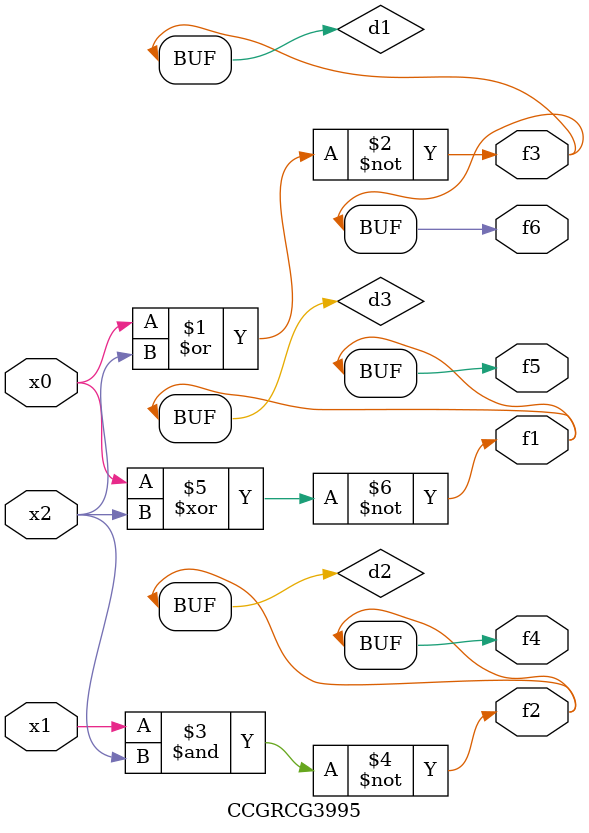
<source format=v>
module CCGRCG3995(
	input x0, x1, x2,
	output f1, f2, f3, f4, f5, f6
);

	wire d1, d2, d3;

	nor (d1, x0, x2);
	nand (d2, x1, x2);
	xnor (d3, x0, x2);
	assign f1 = d3;
	assign f2 = d2;
	assign f3 = d1;
	assign f4 = d2;
	assign f5 = d3;
	assign f6 = d1;
endmodule

</source>
